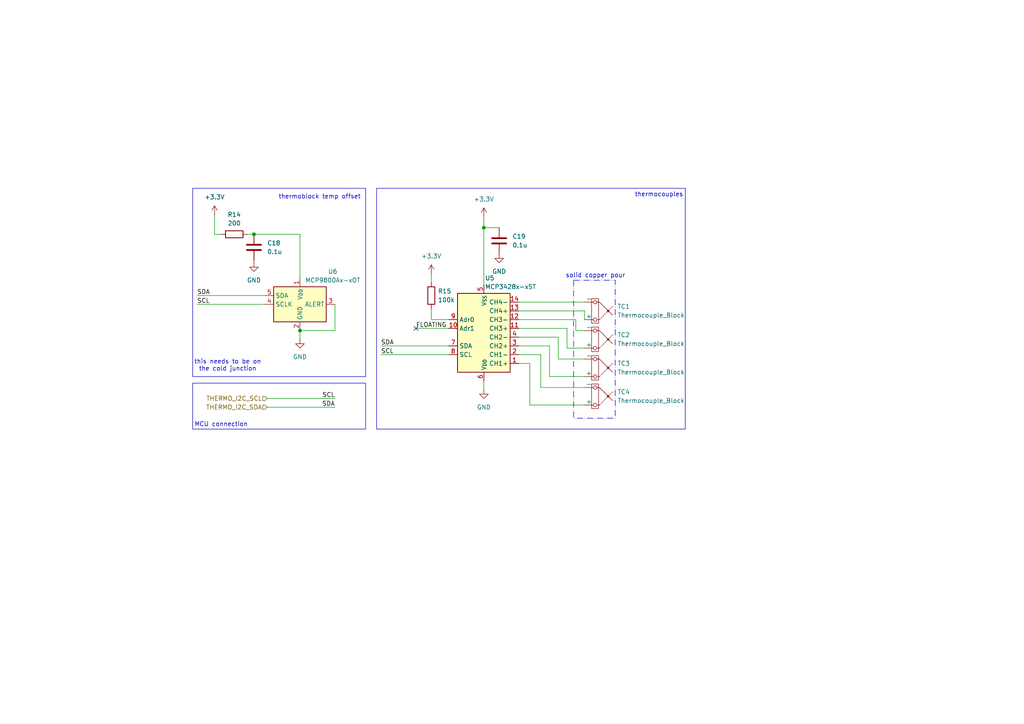
<source format=kicad_sch>
(kicad_sch (version 20231120) (generator "eeschema") (generator_version "8.0")
  (paper "A4")
  (lib_symbols
    (symbol "Analog_ADC:MCP3428x-xST"
      (property "Reference" "U" (at -6.35 11.43 0))
      (property "Value" "MCP3428x-xST" (at 1.27 11.43 0))
      (symbol "MCP3428x-xST_0_1"
        (rectangle (start -7.62 10.16) (end 7.62 -12.7) (stroke (width 0.254)) (fill (type background)))
      )
      (symbol "MCP3428x-xST_1_1"
        (pin input line (at -10.16 7.62 0) (length 2.54) (name "CH1+") (number "1"))
        (pin input line (at 10.16 -2.54 180) (length 2.54) (name "Adr1") (number "10"))
        (pin input line (at -10.16 -2.54 0) (length 2.54) (name "CH3+") (number "11"))
        (pin input line (at -10.16 -5.08 0) (length 2.54) (name "CH3-") (number "12"))
        (pin input line (at -10.16 -7.62 0) (length 2.54) (name "CH4+") (number "13"))
        (pin input line (at -10.16 -10.16 0) (length 2.54) (name "CH4-") (number "14"))
        (pin input line (at -10.16 5.08 0) (length 2.54) (name "CH1-") (number "2"))
        (pin input line (at -10.16 2.54 0) (length 2.54) (name "CH2+") (number "3"))
        (pin input line (at -10.16 0 0) (length 2.54) (name "CH2-") (number "4"))
        (pin power_in line (at 0 -15.24 90) (length 2.54) (name "V_{SS}") (number "5"))
        (pin power_in line (at 0 12.7 270) (length 2.54) (name "V_{DD}") (number "6"))
        (pin bidirectional line (at 10.16 2.54 180) (length 2.54) (name "SDA") (number "7"))
        (pin input line (at 10.16 5.08 180) (length 2.54) (name "SCL") (number "8"))
        (pin input line (at 10.16 -5.08 180) (length 2.54) (name "Adr0") (number "9"))
      )
    )
    (symbol "Device:C" (pin_numbers hide) (pin_names (offset 0.254))
      (property "Reference" "C" (at 0.635 2.54 0))
      (property "Value" "C" (at 0.635 -2.54 0))
      (symbol "C_0_1"
        (polyline (pts (xy -2.032 -0.762) (xy 2.032 -0.762)) (stroke (width 0.508)))
        (polyline (pts (xy -2.032 0.762) (xy 2.032 0.762)) (stroke (width 0.508)))
      )
      (symbol "C_1_1"
        (pin passive line (at 0 3.81 270) (length 2.794) (name "~") (number "1"))
        (pin passive line (at 0 -3.81 90) (length 2.794) (name "~") (number "2"))
      )
    )
    (symbol "Device:R" (pin_numbers hide) (pin_names (offset 0))
      (property "Reference" "R" (at 2.032 0 90))
      (property "Value" "R" (at 0 0 90))
      (symbol "R_0_1"
        (rectangle (start -1.016 -2.54) (end 1.016 2.54) (stroke (width 0.254)))
      )
      (symbol "R_1_1"
        (pin passive line (at 0 3.81 270) (length 1.27) (name "~") (number "1"))
        (pin passive line (at 0 -3.81 90) (length 1.27) (name "~") (number "2"))
      )
    )
    (symbol "Device:Thermocouple_Block" (pin_numbers hide) (pin_names (offset 0))
      (property "Reference" "TC" (at -3.048 3.81 0))
      (property "Value" "Thermocouple_Block" (at -5.08 -4.064 0))
      (symbol "Thermocouple_Block_0_1"
        (circle (center -1.778 0) (radius 0.254) (fill (type outline)))
        (polyline (pts (xy -2.794 -1.016) (xy -3.048 -1.27)))
        (polyline (pts (xy -2.286 -0.508) (xy -2.54 -0.762)))
        (polyline (pts (xy -1.778 0) (xy -2.032 -0.254)))
        (polyline (pts (xy -1.27 0.508) (xy -1.524 0.254)))
        (polyline (pts (xy -0.762 1.016) (xy -1.016 0.762)))
        (polyline (pts (xy -0.254 1.524) (xy -0.508 1.27)))
        (polyline (pts (xy 0.254 2.032) (xy 0 1.778)))
        (polyline (pts (xy 0.762 2.54) (xy 0.508 2.286)))
        (polyline (pts (xy 1.27 -2.54) (xy 1.016 -2.54)))
        (polyline (pts (xy 1.27 2.54) (xy 0.762 2.54)))
        (polyline (pts (xy 1.524 -2.54) (xy 0.762 -2.54) (xy -3.048 1.27)))
        (rectangle (start 1.016 3.556) (end 3.048 -3.556))
        (circle (center 2.032 -2.54) (radius 0.508))
        (circle (center 2.032 2.54) (radius 0.508))
      )
      (symbol "Thermocouple_Block_1_1"
        (pin passive line (at 5.08 2.54 180) (length 2.54) (name "+") (number "1"))
        (pin passive line (at 5.08 -2.54 180) (length 2.54) (name "-") (number "2"))
      )
    )
    (symbol "Sensor_Temperature:MCP9800Ax-xOT"
      (property "Reference" "U" (at -6.35 6.35 0))
      (property "Value" "MCP9800Ax-xOT" (at 8.89 6.35 0))
      (symbol "MCP9800Ax-xOT_0_1"
        (rectangle (start -7.62 5.08) (end 7.62 -5.08) (stroke (width 0.254)) (fill (type background)))
      )
      (symbol "MCP9800Ax-xOT_1_1"
        (pin power_in line (at 0 7.62 270) (length 2.54) (name "V_{DD}") (number "1"))
        (pin power_in line (at 0 -7.62 90) (length 2.54) (name "GND") (number "2"))
        (pin output line (at 10.16 0 180) (length 2.54) (name "ALERT") (number "3"))
        (pin input line (at -10.16 0 0) (length 2.54) (name "SCLK") (number "4"))
        (pin bidirectional line (at -10.16 2.54 0) (length 2.54) (name "SDA") (number "5"))
      )
    )
    (symbol "power:+3.3V" (power) (pin_numbers hide) (pin_names (offset 0) hide)
      (property "Value" "+3.3V" (at 0 3.556 0))
      (symbol "+3.3V_0_1"
        (polyline (pts (xy -0.762 1.27) (xy 0 2.54)))
        (polyline (pts (xy 0 0) (xy 0 2.54)))
        (polyline (pts (xy 0 2.54) (xy 0.762 1.27)))
      )
      (symbol "+3.3V_1_1"
        (pin power_in line (at 0 0 90) (length 0) (name "~") (number "1"))
      )
    )
    (symbol "power:GND" (power) (pin_numbers hide) (pin_names (offset 0) hide)
      (property "Value" "GND" (at 0 -3.81 0))
      (symbol "GND_0_1"
        (polyline (pts (xy 0 0) (xy 0 -1.27) (xy 1.27 -1.27) (xy 0 -2.54) (xy -1.27 -1.27) (xy 0 -1.27)))
      )
      (symbol "GND_1_1"
        (pin power_in line (at 0 0 270) (length 0) (name "~") (number "1"))
      )
    )
  )
  (junction (at 140.335 66.04))
  (junction (at 73.66 67.945))
  (junction (at 86.995 95.885))
  (no_connect (at 120.65 95.25))
  (wire (pts (xy 150.495 90.17) (xy 169.545 90.17)))
  (wire (pts (xy 140.335 66.04) (xy 140.335 82.55)))
  (wire (pts (xy 153.67 105.41) (xy 153.67 117.475)))
  (wire (pts (xy 150.495 95.25) (xy 164.465 95.25)))
  (wire (pts (xy 169.545 90.17) (xy 169.545 92.71)))
  (wire (pts (xy 110.49 102.87) (xy 130.175 102.87)))
  (wire (pts (xy 125.095 79.375) (xy 125.095 81.915)))
  (wire (pts (xy 125.095 92.71) (xy 125.095 89.535)))
  (wire (pts (xy 62.23 67.945) (xy 64.135 67.945)))
  (wire (pts (xy 150.495 92.71) (xy 167.005 92.71)))
  (wire (pts (xy 140.335 113.03) (xy 140.335 110.49)))
  (wire (pts (xy 77.47 118.11) (xy 97.155 118.11)))
  (wire (pts (xy 71.755 67.945) (xy 73.66 67.945)))
  (wire (pts (xy 144.78 66.04) (xy 140.335 66.04)))
  (wire (pts (xy 76.835 85.725) (xy 57.15 85.725)))
  (wire (pts (xy 159.385 109.22) (xy 169.545 109.22)))
  (wire (pts (xy 97.155 95.885) (xy 86.995 95.885)))
  (wire (pts (xy 167.005 95.885) (xy 169.545 95.885)))
  (wire (pts (xy 161.925 97.79) (xy 161.925 104.14)))
  (wire (pts (xy 156.845 102.87) (xy 156.845 112.395)))
  (wire (pts (xy 167.005 92.71) (xy 167.005 95.885)))
  (wire (pts (xy 86.995 67.945) (xy 86.995 80.645)))
  (wire (pts (xy 156.845 112.395) (xy 169.545 112.395)))
  (wire (pts (xy 150.495 100.33) (xy 159.385 100.33)))
  (wire (pts (xy 159.385 100.33) (xy 159.385 109.22)))
  (wire (pts (xy 97.155 88.265) (xy 97.155 95.885)))
  (wire (pts (xy 130.175 100.33) (xy 110.49 100.33)))
  (wire (pts (xy 130.175 92.71) (xy 125.095 92.71)))
  (wire (pts (xy 73.66 75.565) (xy 73.66 76.2)))
  (wire (pts (xy 153.67 117.475) (xy 169.545 117.475)))
  (wire (pts (xy 150.495 105.41) (xy 153.67 105.41)))
  (wire (pts (xy 140.335 62.865) (xy 140.335 66.04)))
  (wire (pts (xy 164.465 95.25) (xy 164.465 100.965)))
  (wire (pts (xy 73.66 67.945) (xy 86.995 67.945)))
  (wire (pts (xy 62.23 62.23) (xy 62.23 67.945)))
  (wire (pts (xy 120.65 95.25) (xy 130.175 95.25)))
  (wire (pts (xy 150.495 87.63) (xy 169.545 87.63)))
  (wire (pts (xy 77.47 115.57) (xy 97.155 115.57)))
  (wire (pts (xy 150.495 102.87) (xy 156.845 102.87)))
  (wire (pts (xy 164.465 100.965) (xy 169.545 100.965)))
  (wire (pts (xy 57.15 88.265) (xy 76.835 88.265)))
  (wire (pts (xy 150.495 97.79) (xy 161.925 97.79)))
  (wire (pts (xy 86.995 95.885) (xy 86.995 98.425)))
  (wire (pts (xy 161.925 104.14) (xy 169.545 104.14)))
  (rectangle (start 55.88 54.61) (end 106.045 109.22))
  (rectangle (start 109.22 54.61) (end 198.755 124.46))
  (rectangle (start 55.88 111.125) (end 106.045 124.46))
  (rectangle (start 166.37 81.28) (end 178.435 121.285) (stroke (width 0) (type dash_dot)))
  (text "thermoblock temp offset" (at 92.71 57.15 0) (effects (font (size 1.27 1.27))))
  (text "MCU connection\n" (at 64.135 123.19 0) (effects (font (size 1.27 1.27))))
  (text "this needs to be on\nthe cold junction\n" (at 66.04 106.045 0) (effects (font (size 1.27 1.27))))
  (text "thermocouples\n" (at 191.135 56.515 0) (effects (font (size 1.27 1.27))))
  (text "solid copper pour\n" (at 172.72 80.01 0) (effects (font (size 1.27 1.27))))
  (label "SDA" (at 110.49 100.33 0))
  (label "SDA" (at 57.15 85.725 0))
  (label "SCL" (at 97.155 115.57 180))
  (label "SDA" (at 97.155 118.11 180))
  (label "SCL" (at 57.15 88.265 0))
  (label "FLOATING" (at 120.65 95.25 0))
  (label "SCL" (at 110.49 102.87 0))
  (hierarchical_label "THERMO_I2C_SDA" (shape input) (at 77.47 118.11 180))
  (hierarchical_label "THERMO_I2C_SCL" (shape input) (at 77.47 115.57 180))
  (symbol (lib_id "Device:R") (at 125.095 85.725 0) (unit 1)
    (property "Reference" "R15" (at 127 84.4549 0) (effects (justify left)))
    (property "Value" "100k" (at 127 86.9949 0) (effects (justify left)))
    (property "Description" "Resistor" (effects (hide yes)))
  )
  (symbol (lib_id "power:GND") (at 140.335 113.03 0) (unit 1)
    (property "Reference" "#PWR087" (effects (hide yes)))
    (property "Value" "GND" (at 140.335 118.11 0))
    (property "Description" "Power symbol creates a global label with name \"GND\" , ground" (effects (hide yes)))
  )
  (symbol (lib_id "power:GND") (at 86.995 98.425 0) (unit 1)
    (property "Reference" "#PWR081" (effects (hide yes)))
    (property "Value" "GND" (at 86.995 103.505 0))
    (property "Description" "Power symbol creates a global label with name \"GND\" , ground" (effects (hide yes)))
  )
  (symbol (lib_id "power:+3.3V") (at 62.23 62.23 0) (unit 1)
    (property "Reference" "#PWR083" (effects (hide yes)))
    (property "Value" "+3.3V" (at 62.23 57.15 0))
    (property "Description" "Power symbol creates a global label with name \"+3.3V\"" (effects (hide yes)))
  )
  (symbol (lib_id "Device:C") (at 144.78 69.85 0) (unit 1)
    (property "Reference" "C19" (at 148.59 68.5799 0) (effects (justify left)))
    (property "Value" "0.1u" (at 148.59 71.1199 0) (effects (justify left)))
    (property "Description" "Unpolarized capacitor" (effects (hide yes)))
  )
  (symbol (lib_id "power:+3.3V") (at 140.335 62.865 0) (unit 1)
    (property "Reference" "#PWR084" (effects (hide yes)))
    (property "Value" "+3.3V" (at 140.335 57.785 0))
    (property "Description" "Power symbol creates a global label with name \"+3.3V\"" (effects (hide yes)))
  )
  (symbol (lib_id "Device:R") (at 67.945 67.945 90) (unit 1)
    (property "Reference" "R14" (at 67.945 62.23 90))
    (property "Value" "200" (at 67.945 64.77 90))
    (property "Description" "Resistor" (effects (hide yes)))
  )
  (symbol (lib_id "Device:Thermocouple_Block") (at 174.625 106.68 180) (unit 1)
    (property "Reference" "TC3" (at 179.07 105.4099 0) (effects (justify right)))
    (property "Value" "Thermocouple_Block" (at 179.07 107.9499 0) (effects (justify right)))
    (property "Description" "Thermocouple with isothermal block" (effects (hide yes)))
  )
  (symbol (lib_id "Analog_ADC:MCP3428x-xST") (at 140.335 97.79 180) (unit 1)
    (property "Reference" "U5" (at 140.6809 80.645 0) (effects (justify right)))
    (property "Value" "MCP3428x-xST" (at 140.6809 83.185 0) (effects (justify right)))
    (property "Footprint" "Package_SO:TSSOP-14_4.4x5mm_P0.65mm" (effects (hide yes)))
    (property "Datasheet" "http://ww1.microchip.com/downloads/en/DeviceDoc/22226a.pdf" (effects (hide yes)))
    (property "Description" "16-Bit, Multi-Channel ΔΣ Analog-to-Digital Converter with I2C Interface and On-Board Reference, TSSOP-14" (effects (hide yes)))
  )
  (symbol (lib_id "power:+3.3V") (at 125.095 79.375 0) (unit 1)
    (property "Reference" "#PWR086" (effects (hide yes)))
    (property "Value" "+3.3V" (at 125.095 74.295 0))
    (property "Description" "Power symbol creates a global label with name \"+3.3V\"" (effects (hide yes)))
  )
  (symbol (lib_id "Device:Thermocouple_Block") (at 174.625 90.17 180) (unit 1)
    (property "Reference" "TC1" (at 179.07 88.8999 0) (effects (justify right)))
    (property "Value" "Thermocouple_Block" (at 179.07 91.4399 0) (effects (justify right)))
    (property "Description" "Thermocouple with isothermal block" (effects (hide yes)))
  )
  (symbol (lib_id "Device:Thermocouple_Block") (at 174.625 98.425 180) (unit 1)
    (property "Reference" "TC2" (at 179.07 97.1549 0) (effects (justify right)))
    (property "Value" "Thermocouple_Block" (at 179.07 99.6949 0) (effects (justify right)))
    (property "Description" "Thermocouple with isothermal block" (effects (hide yes)))
  )
  (symbol (lib_id "Sensor_Temperature:MCP9800Ax-xOT") (at 86.995 88.265 0) (unit 1)
    (property "Reference" "U6" (at 96.52 78.74 0))
    (property "Value" "MCP9800Ax-xOT" (at 96.52 81.28 0))
    (property "Footprint" "Package_TO_SOT_SMD:SOT-23-5" (effects (hide yes)))
    (property "Datasheet" "https://ww1.microchip.com/downloads/aemDocuments/documents/OTH/ProductDocuments/DataSheets/21909d.pdf" (effects (hide yes)))
    (property "Description" "2-Wire High-Accuracy Temperature Sensor, No Serial Bus time-out, SOT-23-5" (effects (hide yes)))
  )
  (symbol (lib_id "power:GND") (at 73.66 76.2 0) (unit 1)
    (property "Reference" "#PWR082" (effects (hide yes)))
    (property "Value" "GND" (at 73.66 81.28 0))
    (property "Description" "Power symbol creates a global label with name \"GND\" , ground" (effects (hide yes)))
  )
  (symbol (lib_id "Device:Thermocouple_Block") (at 174.625 114.935 180) (unit 1)
    (property "Reference" "TC4" (at 179.07 113.6649 0) (effects (justify right)))
    (property "Value" "Thermocouple_Block" (at 179.07 116.2049 0) (effects (justify right)))
    (property "Description" "Thermocouple with isothermal block" (effects (hide yes)))
  )
  (symbol (lib_id "Device:C") (at 73.66 71.755 0) (unit 1)
    (property "Reference" "C18" (at 77.47 70.4849 0) (effects (justify left)))
    (property "Value" "0.1u" (at 77.47 73.0249 0) (effects (justify left)))
    (property "Description" "Unpolarized capacitor" (effects (hide yes)))
  )
  (symbol (lib_id "power:GND") (at 144.78 73.66 0) (unit 1)
    (property "Reference" "#PWR085" (effects (hide yes)))
    (property "Value" "GND" (at 144.78 78.74 0))
    (property "Description" "Power symbol creates a global label with name \"GND\" , ground" (effects (hide yes)))
  )
)
</source>
